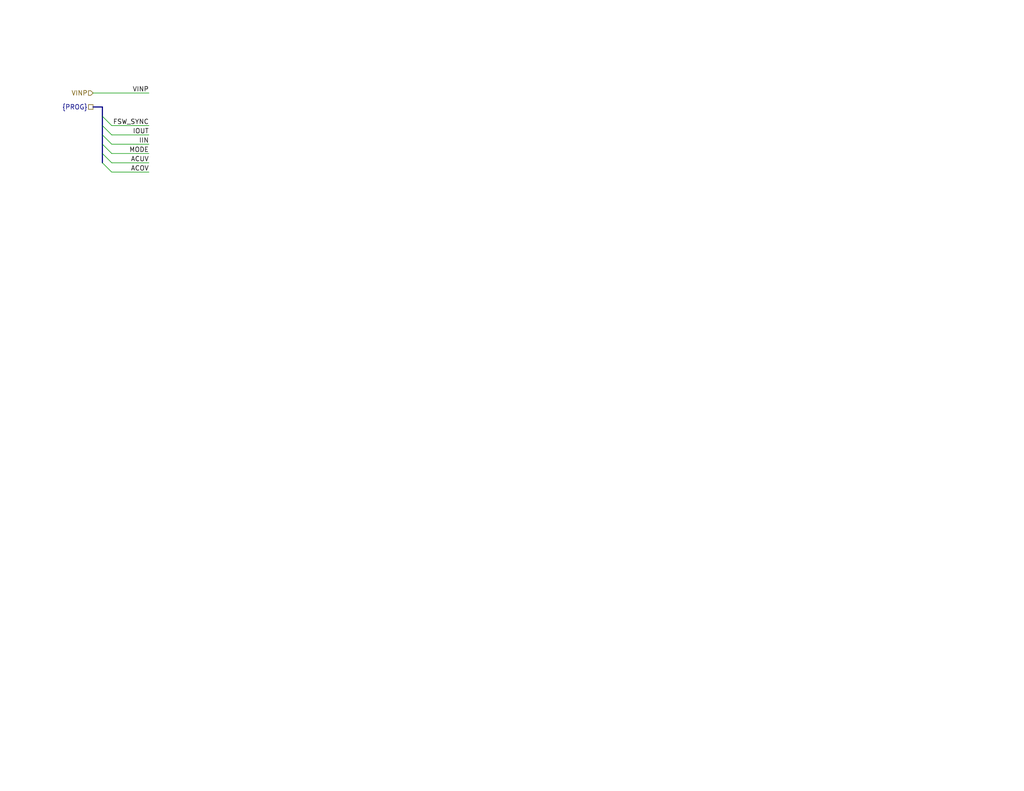
<source format=kicad_sch>
(kicad_sch
	(version 20250114)
	(generator "eeschema")
	(generator_version "9.0")
	(uuid "e5411fa4-0b6e-4bbb-996c-d55acaf3552c")
	(paper "USLetter")
	(title_block
		(title "I²C-PPS Programming")
		(date "2026-02-21")
		(rev "1")
	)
	(lib_symbols)
	(bus_entry
		(at 27.94 41.91)
		(size 2.54 2.54)
		(stroke
			(width 0)
			(type default)
		)
		(uuid "4f119d02-176a-4d2a-81fa-485d415574c8")
	)
	(bus_entry
		(at 27.94 39.37)
		(size 2.54 2.54)
		(stroke
			(width 0)
			(type default)
		)
		(uuid "62afba7f-31bb-460f-8c9b-e2cfadb6705d")
	)
	(bus_entry
		(at 27.94 44.45)
		(size 2.54 2.54)
		(stroke
			(width 0)
			(type default)
		)
		(uuid "62f89eaf-faa2-484a-8bf9-0c523f0916c0")
	)
	(bus_entry
		(at 27.94 31.75)
		(size 2.54 2.54)
		(stroke
			(width 0)
			(type default)
		)
		(uuid "74aa5e90-22a8-46be-abdd-f1386282eefc")
	)
	(bus_entry
		(at 27.94 34.29)
		(size 2.54 2.54)
		(stroke
			(width 0)
			(type default)
		)
		(uuid "86c8b262-cae8-4c19-ae98-8bf98c8fb76d")
	)
	(bus_entry
		(at 27.94 36.83)
		(size 2.54 2.54)
		(stroke
			(width 0)
			(type default)
		)
		(uuid "918b2ad1-9510-4619-90a1-330c3de7c59d")
	)
	(bus
		(pts
			(xy 27.94 31.75) (xy 27.94 29.21)
		)
		(stroke
			(width 0)
			(type default)
		)
		(uuid "13fb99bd-0037-4629-9b52-dd3b4e55f767")
	)
	(wire
		(pts
			(xy 30.48 44.45) (xy 40.64 44.45)
		)
		(stroke
			(width 0)
			(type default)
		)
		(uuid "14b2f065-113a-4bff-8048-eeedb392997f")
	)
	(wire
		(pts
			(xy 30.48 36.83) (xy 40.64 36.83)
		)
		(stroke
			(width 0)
			(type default)
		)
		(uuid "46ea7292-cf4c-46e9-92f3-22b3742458af")
	)
	(wire
		(pts
			(xy 25.4 25.4) (xy 40.64 25.4)
		)
		(stroke
			(width 0)
			(type default)
		)
		(uuid "6c3ce141-dfa2-4f79-97b5-32c2461d4e9a")
	)
	(wire
		(pts
			(xy 30.48 39.37) (xy 40.64 39.37)
		)
		(stroke
			(width 0)
			(type default)
		)
		(uuid "8b3dc640-52d6-4d43-91b8-8d3f8203d020")
	)
	(bus
		(pts
			(xy 27.94 39.37) (xy 27.94 36.83)
		)
		(stroke
			(width 0)
			(type default)
		)
		(uuid "a27187d2-0055-4cbb-bb43-476eb26bc274")
	)
	(wire
		(pts
			(xy 30.48 46.99) (xy 40.64 46.99)
		)
		(stroke
			(width 0)
			(type default)
		)
		(uuid "a2d4e1c5-dc40-4fad-ae2b-1fa327d1acb2")
	)
	(bus
		(pts
			(xy 27.94 44.45) (xy 27.94 41.91)
		)
		(stroke
			(width 0)
			(type default)
		)
		(uuid "b07a2b35-5e3f-41e8-a352-aa4f2dda308b")
	)
	(wire
		(pts
			(xy 30.48 34.29) (xy 40.64 34.29)
		)
		(stroke
			(width 0)
			(type default)
		)
		(uuid "b2304cc6-d412-46d9-9757-7fc2a3ece76e")
	)
	(bus
		(pts
			(xy 25.4 29.21) (xy 27.94 29.21)
		)
		(stroke
			(width 0)
			(type default)
		)
		(uuid "c902b24c-7b32-4cfb-a158-02c5e6c52031")
	)
	(bus
		(pts
			(xy 27.94 34.29) (xy 27.94 31.75)
		)
		(stroke
			(width 0)
			(type default)
		)
		(uuid "dffcf897-ac6e-4403-80c1-0d2aae861992")
	)
	(bus
		(pts
			(xy 27.94 36.83) (xy 27.94 34.29)
		)
		(stroke
			(width 0)
			(type default)
		)
		(uuid "e75a7773-b4d8-4a5b-9620-7a94a36149f7")
	)
	(wire
		(pts
			(xy 30.48 41.91) (xy 40.64 41.91)
		)
		(stroke
			(width 0)
			(type default)
		)
		(uuid "f21ec49d-34b6-475e-ad18-0dbff3b6c621")
	)
	(bus
		(pts
			(xy 27.94 41.91) (xy 27.94 39.37)
		)
		(stroke
			(width 0)
			(type default)
		)
		(uuid "f4643544-8be1-4d10-a3e8-7a8116b862de")
	)
	(label "IOUT"
		(at 40.64 36.83 180)
		(effects
			(font
				(size 1.27 1.27)
			)
			(justify right bottom)
		)
		(uuid "1437c3d3-b8f6-40ae-b74c-42f69cab9b77")
	)
	(label "ACOV"
		(at 40.64 46.99 180)
		(effects
			(font
				(size 1.27 1.27)
			)
			(justify right bottom)
		)
		(uuid "7e6dc3a2-64c6-453e-884e-78943dea5f10")
	)
	(label "IIN"
		(at 40.64 39.37 180)
		(effects
			(font
				(size 1.27 1.27)
			)
			(justify right bottom)
		)
		(uuid "83b4fea6-2f5b-4153-9f11-fcb34d412161")
	)
	(label "MODE"
		(at 40.64 41.91 180)
		(effects
			(font
				(size 1.27 1.27)
			)
			(justify right bottom)
		)
		(uuid "84d00be0-1e7a-4950-9a37-a99579658ca0")
	)
	(label "VINP"
		(at 40.64 25.4 180)
		(effects
			(font
				(size 1.27 1.27)
			)
			(justify right bottom)
		)
		(uuid "9a78b5e3-154e-4723-b2c3-2296ebc322e4")
	)
	(label "FSW_SYNC"
		(at 40.64 34.29 180)
		(effects
			(font
				(size 1.27 1.27)
			)
			(justify right bottom)
		)
		(uuid "ae93f620-15ca-4f5d-b542-43082eaf3ec6")
	)
	(label "ACUV"
		(at 40.64 44.45 180)
		(effects
			(font
				(size 1.27 1.27)
			)
			(justify right bottom)
		)
		(uuid "e8676aff-f628-4d6b-a023-938032a9e29b")
	)
	(hierarchical_label "VINP"
		(shape input)
		(at 25.4 25.4 180)
		(effects
			(font
				(size 1.27 1.27)
			)
			(justify right)
		)
		(uuid "9e4f80a5-7d90-4ddd-88f6-b0135be63bb7")
	)
	(hierarchical_label "{PROG}"
		(shape passive)
		(at 25.4 29.21 180)
		(effects
			(font
				(size 1.27 1.27)
			)
			(justify right)
		)
		(uuid "a9f85e3e-458c-4f61-8e59-02ea28f77409")
	)
)

</source>
